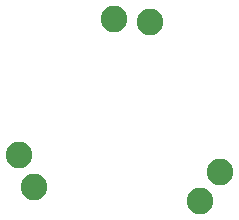
<source format=gbr>
%TF.GenerationSoftware,KiCad,Pcbnew,7.0.10*%
%TF.CreationDate,2024-11-13T08:35:09-08:00*%
%TF.ProjectId,ballBearingBoard241112,62616c6c-4265-4617-9269-6e67426f6172,rev?*%
%TF.SameCoordinates,Original*%
%TF.FileFunction,Copper,L2,Bot*%
%TF.FilePolarity,Positive*%
%FSLAX46Y46*%
G04 Gerber Fmt 4.6, Leading zero omitted, Abs format (unit mm)*
G04 Created by KiCad (PCBNEW 7.0.10) date 2024-11-13 08:35:09*
%MOMM*%
%LPD*%
G01*
G04 APERTURE LIST*
%TA.AperFunction,ComponentPad*%
%ADD10C,2.250000*%
%TD*%
G04 APERTURE END LIST*
D10*
%TO.P,J3,1,Pin_1*%
%TO.N,Net-(J3-Pin_1)*%
X-8790648Y-2443541D03*
%TD*%
%TO.P,J1,1,Pin_1*%
%TO.N,Net-(J1-Pin_1)*%
X6512006Y-6390918D03*
%TD*%
%TO.P,J2,1,Pin_1*%
%TO.N,GND*%
X-7522843Y-5163025D03*
%TD*%
%TO.P,J5,1,Pin_1*%
%TO.N,Net-(J5-Pin_1)*%
X2278693Y8835019D03*
%TD*%
%TO.P,J6,1,Pin_1*%
%TO.N,Net-(J5-Pin_1)*%
X8232736Y-3933460D03*
%TD*%
%TO.P,J4,1,Pin_1*%
%TO.N,Net-(J3-Pin_1)*%
X-709888Y9096485D03*
%TD*%
M02*

</source>
